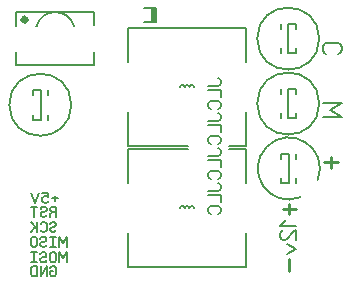
<source format=gbr>
%FSLAX34Y34*%
%MOMM*%
%LNSILK_BOTTOM*%
G71*
G01*
%ADD10C, 0.150*%
%ADD11C, 0.222*%
%ADD12C, 0.200*%
%ADD13C, 0.244*%
%ADD14C, 0.500*%
%ADD15C, 0.167*%
%ADD16C, 0.191*%
%ADD17C, 0.151*%
%LPD*%
G54D10*
G75*
G01X160594Y-176288D02*
G03X156594Y-176288I-2000J0D01*
G01*
G54D10*
G75*
G01X164594Y-176288D02*
G03X160594Y-176288I-2000J0D01*
G01*
G54D10*
G75*
G01X168594Y-176288D02*
G03X164594Y-176288I-2000J0D01*
G01*
G54D10*
X112500Y-154750D02*
X112500Y-126250D01*
X163250Y-126250D01*
G54D10*
G75*
G01X274450Y-32500D02*
G03X274450Y-32500I-26250J0D01*
G01*
G54D10*
X242000Y-20000D02*
X242000Y-24000D01*
G54D10*
X254500Y-40500D02*
X254500Y-45000D01*
X248000Y-45000D01*
X248000Y-20000D01*
X254500Y-20000D01*
X254500Y-24000D01*
G54D10*
X242000Y-45000D02*
X242000Y-40500D01*
G54D10*
G75*
G01X274450Y-87500D02*
G03X274450Y-87500I-26250J0D01*
G01*
G54D10*
X242000Y-75000D02*
X242000Y-79000D01*
G54D10*
X254500Y-95500D02*
X254500Y-100000D01*
X248000Y-100000D01*
X248000Y-75000D01*
X254500Y-75000D01*
X254500Y-79000D01*
G54D10*
X242000Y-100000D02*
X242000Y-95500D01*
G54D10*
G75*
G01X273180Y-151979D02*
G03X258938Y-166625I-24457J9535D01*
G01*
G54D10*
X254923Y-154944D02*
X254923Y-150944D01*
G54D10*
X242423Y-134444D02*
X242423Y-129944D01*
X248923Y-129944D01*
X248923Y-154944D01*
X242423Y-154944D01*
X242423Y-150944D01*
G54D10*
X254923Y-129944D02*
X254923Y-134444D01*
G54D10*
G75*
G01X64550Y-88500D02*
G03X64550Y-88500I-26250J0D01*
G01*
G54D10*
X44500Y-101000D02*
X44500Y-97000D01*
G54D10*
X32000Y-80500D02*
X32000Y-76000D01*
X38500Y-76000D01*
X38500Y-101000D01*
X32000Y-101000D01*
X32000Y-97000D01*
G54D10*
X44500Y-76000D02*
X44500Y-80500D01*
G54D11*
X254500Y-176722D02*
X243833Y-176722D01*
G54D11*
X249167Y-172278D02*
X249167Y-181167D01*
G54D11*
X249167Y-229556D02*
X249167Y-218889D01*
G54D12*
X277814Y-87166D02*
X293814Y-87166D01*
X283814Y-93166D01*
X293814Y-99166D01*
X277814Y-99166D01*
G54D12*
X290444Y-45819D02*
X292444Y-44619D01*
X293444Y-42219D01*
X293444Y-39819D01*
X292444Y-37419D01*
X290444Y-36219D01*
X280444Y-36219D01*
X278444Y-37419D01*
X277444Y-39819D01*
X277444Y-42219D01*
X278444Y-44619D01*
X280444Y-45819D01*
G54D13*
X290533Y-137222D02*
X278800Y-137222D01*
G54D13*
X284666Y-132334D02*
X284666Y-142111D01*
G54D10*
X112500Y-197500D02*
X112500Y-226250D01*
X212500Y-226250D01*
X212500Y-197500D01*
G54D10*
G75*
G01X160594Y-73788D02*
G03X156594Y-73788I-2000J0D01*
G01*
G54D10*
G75*
G01X164594Y-73788D02*
G03X160594Y-73788I-2000J0D01*
G01*
G54D10*
G75*
G01X168594Y-73788D02*
G03X164594Y-73788I-2000J0D01*
G01*
G54D10*
X112500Y-52250D02*
X112500Y-23750D01*
X212500Y-23750D01*
X212500Y-52500D01*
G54D10*
X112500Y-95000D02*
X112500Y-123750D01*
X163250Y-123750D01*
G54D14*
G75*
G01X26183Y-16593D02*
G03X26183Y-16593I-1250J0D01*
G01*
G54D10*
G75*
G01X66938Y-22230D02*
G03X35062Y-22230I-15938J-4270D01*
G01*
G54D10*
X18000Y-44000D02*
X18000Y-55000D01*
X84000Y-55000D01*
X84000Y-44000D01*
G54D10*
X18000Y-21500D02*
X18000Y-10000D01*
X84000Y-10000D01*
X84000Y-21000D01*
G54D15*
X246628Y-186281D02*
X241628Y-191281D01*
X254961Y-191281D01*
G54D15*
X254961Y-202948D02*
X254961Y-194948D01*
X254128Y-194948D01*
X252461Y-195948D01*
X247461Y-201948D01*
X245794Y-202948D01*
X244128Y-202948D01*
X242461Y-201948D01*
X241628Y-199948D01*
X241628Y-197948D01*
X242461Y-195948D01*
X244128Y-194948D01*
G54D15*
X247461Y-206615D02*
X254961Y-210615D01*
X247461Y-214615D01*
G54D16*
X180438Y-72429D02*
X189105Y-72429D01*
X190438Y-71629D01*
X191104Y-70029D01*
X191104Y-68429D01*
X190438Y-66829D01*
X189105Y-66029D01*
G54D16*
X180438Y-76162D02*
X191104Y-76162D01*
X191104Y-81762D01*
G54D16*
X189104Y-91895D02*
X190438Y-91095D01*
X191104Y-89495D01*
X191104Y-87895D01*
X190438Y-86295D01*
X189104Y-85495D01*
X182438Y-85495D01*
X181104Y-86295D01*
X180438Y-87895D01*
X180438Y-89495D01*
X181104Y-91095D01*
X182438Y-91895D01*
G54D16*
X180438Y-102028D02*
X189104Y-102028D01*
X190438Y-101228D01*
X191104Y-99628D01*
X191104Y-98028D01*
X190438Y-96428D01*
X189105Y-95628D01*
G54D16*
X180438Y-105761D02*
X191104Y-105761D01*
X191104Y-111361D01*
G54D16*
X189104Y-121494D02*
X190438Y-120694D01*
X191104Y-119094D01*
X191104Y-117494D01*
X190438Y-115894D01*
X189104Y-115094D01*
X182438Y-115094D01*
X181104Y-115894D01*
X180438Y-117494D01*
X180438Y-119094D01*
X181104Y-120694D01*
X182438Y-121494D01*
G54D16*
X180438Y-131627D02*
X189105Y-131627D01*
X190438Y-130827D01*
X191104Y-129227D01*
X191104Y-127627D01*
X190438Y-126027D01*
X189105Y-125227D01*
G54D16*
X180438Y-135360D02*
X191104Y-135360D01*
X191104Y-140960D01*
G54D16*
X189104Y-151093D02*
X190438Y-150293D01*
X191104Y-148693D01*
X191104Y-147093D01*
X190438Y-145493D01*
X189104Y-144693D01*
X182438Y-144693D01*
X181104Y-145493D01*
X180438Y-147093D01*
X180438Y-148693D01*
X181104Y-150293D01*
X182438Y-151093D01*
G54D16*
X180438Y-161226D02*
X189104Y-161226D01*
X190438Y-160426D01*
X191104Y-158826D01*
X191104Y-157226D01*
X190438Y-155626D01*
X189104Y-154826D01*
G54D16*
X180438Y-164959D02*
X191104Y-164959D01*
X191105Y-170559D01*
G54D16*
X189105Y-180692D02*
X190438Y-179892D01*
X191104Y-178292D01*
X191105Y-176692D01*
X190438Y-175092D01*
X189104Y-174292D01*
X182438Y-174292D01*
X181104Y-175092D01*
X180438Y-176692D01*
X180438Y-178292D01*
X181104Y-179892D01*
X182438Y-180692D01*
G36*
X135980Y-6200D02*
X132480Y-6200D01*
X132480Y-18200D01*
X135980Y-18200D01*
X135980Y-6200D01*
G37*
G54D10*
X135980Y-6200D02*
X132480Y-6200D01*
X132480Y-18200D01*
X135980Y-18200D01*
X135980Y-6200D01*
G54D10*
X135980Y-6200D02*
X126230Y-6200D01*
G54D10*
X135980Y-18200D02*
X126230Y-18200D01*
G54D10*
X212500Y-155000D02*
X212500Y-126250D01*
X198000Y-126250D01*
G54D10*
X212500Y-95000D02*
X212500Y-123750D01*
X198000Y-123750D01*
G54D17*
X53080Y-167584D02*
X48013Y-167584D01*
G54D17*
X50546Y-165472D02*
X50546Y-169695D01*
G54D17*
X39990Y-162834D02*
X45056Y-162834D01*
X45056Y-166528D01*
X44423Y-166528D01*
X43156Y-166000D01*
X41890Y-166000D01*
X40623Y-166528D01*
X39990Y-167584D01*
X39990Y-169695D01*
X40623Y-170750D01*
X41890Y-171278D01*
X43156Y-171278D01*
X44423Y-170750D01*
X45056Y-169695D01*
G54D17*
X37034Y-162834D02*
X33867Y-171278D01*
X30700Y-162834D01*
G54D17*
X49084Y-179056D02*
X47184Y-180111D01*
X46551Y-181167D01*
X46551Y-183278D01*
G54D17*
X51618Y-183278D02*
X51618Y-174834D01*
X48451Y-174834D01*
X47184Y-175361D01*
X46551Y-176417D01*
X46551Y-177472D01*
X47184Y-178528D01*
X48451Y-179056D01*
X51618Y-179056D01*
G54D17*
X43594Y-181695D02*
X42961Y-182750D01*
X41694Y-183278D01*
X40428Y-183278D01*
X39161Y-182750D01*
X38528Y-181695D01*
X38528Y-180639D01*
X39161Y-179584D01*
X40428Y-179056D01*
X41694Y-179056D01*
X42961Y-178528D01*
X43594Y-177472D01*
X43594Y-176417D01*
X42961Y-175361D01*
X41694Y-174834D01*
X40428Y-174834D01*
X39161Y-175361D01*
X38528Y-176417D01*
G54D17*
X33038Y-183278D02*
X33038Y-174834D01*
G54D17*
X35572Y-174834D02*
X30505Y-174834D01*
G54D17*
X51616Y-194695D02*
X50983Y-195750D01*
X49716Y-196278D01*
X48449Y-196278D01*
X47183Y-195750D01*
X46549Y-194695D01*
X46549Y-193639D01*
X47183Y-192584D01*
X48449Y-192056D01*
X49716Y-192056D01*
X50983Y-191528D01*
X51616Y-190472D01*
X51616Y-189417D01*
X50983Y-188361D01*
X49716Y-187834D01*
X48449Y-187834D01*
X47183Y-188361D01*
X46549Y-189417D01*
G54D17*
X38526Y-194695D02*
X39160Y-195750D01*
X40426Y-196278D01*
X41693Y-196278D01*
X42960Y-195750D01*
X43593Y-194695D01*
X43593Y-189417D01*
X42960Y-188361D01*
X41693Y-187834D01*
X40426Y-187834D01*
X39160Y-188361D01*
X38526Y-189417D01*
G54D17*
X35570Y-196278D02*
X35570Y-187834D01*
G54D17*
X35570Y-193639D02*
X30503Y-187834D01*
G54D17*
X33670Y-192056D02*
X30503Y-196278D01*
G54D17*
X60874Y-221778D02*
X60874Y-213334D01*
X57707Y-218611D01*
X54540Y-213334D01*
X54540Y-221778D01*
G54D17*
X46518Y-214917D02*
X46518Y-220195D01*
X47151Y-221250D01*
X48418Y-221778D01*
X49684Y-221778D01*
X50951Y-221250D01*
X51584Y-220195D01*
X51584Y-214917D01*
X50951Y-213861D01*
X49684Y-213334D01*
X48418Y-213334D01*
X47151Y-213861D01*
X46518Y-214917D01*
G54D17*
X43562Y-220195D02*
X42928Y-221250D01*
X41662Y-221778D01*
X40395Y-221778D01*
X39128Y-221250D01*
X38495Y-220195D01*
X38495Y-219139D01*
X39128Y-218084D01*
X40395Y-217556D01*
X41662Y-217556D01*
X42928Y-217028D01*
X43562Y-215972D01*
X43562Y-214917D01*
X42928Y-213861D01*
X41662Y-213334D01*
X40395Y-213334D01*
X39128Y-213861D01*
X38495Y-214917D01*
G54D17*
X35538Y-221778D02*
X30472Y-221778D01*
G54D17*
X33005Y-221778D02*
X33005Y-213334D01*
G54D17*
X35538Y-213334D02*
X30472Y-213334D01*
G54D17*
X60870Y-208778D02*
X60870Y-200334D01*
X57704Y-205611D01*
X54537Y-200334D01*
X54537Y-208778D01*
G54D17*
X51582Y-208778D02*
X46515Y-208778D01*
G54D17*
X49048Y-208778D02*
X49048Y-200334D01*
G54D17*
X51582Y-200334D02*
X46515Y-200334D01*
G54D17*
X43558Y-207195D02*
X42925Y-208250D01*
X41658Y-208778D01*
X40392Y-208778D01*
X39125Y-208250D01*
X38492Y-207195D01*
X38492Y-206139D01*
X39125Y-205084D01*
X40392Y-204556D01*
X41658Y-204556D01*
X42925Y-204028D01*
X43558Y-202972D01*
X43558Y-201917D01*
X42925Y-200861D01*
X41658Y-200334D01*
X40392Y-200334D01*
X39125Y-200861D01*
X38492Y-201917D01*
G54D17*
X30469Y-201917D02*
X30469Y-207195D01*
X31102Y-208250D01*
X32369Y-208778D01*
X33636Y-208778D01*
X34902Y-208250D01*
X35536Y-207195D01*
X35536Y-201917D01*
X34902Y-200861D01*
X33636Y-200334D01*
X32369Y-200334D01*
X31102Y-200861D01*
X30469Y-201917D01*
G54D17*
X49081Y-229556D02*
X46548Y-229556D01*
X46548Y-232195D01*
X47181Y-233250D01*
X48448Y-233778D01*
X49714Y-233778D01*
X50981Y-233250D01*
X51614Y-232195D01*
X51614Y-226917D01*
X50981Y-225861D01*
X49714Y-225334D01*
X48448Y-225334D01*
X47181Y-225861D01*
X46548Y-226917D01*
G54D17*
X43592Y-233778D02*
X43592Y-225334D01*
X38525Y-233778D01*
X38525Y-225334D01*
G54D17*
X35568Y-233778D02*
X35568Y-225334D01*
X32402Y-225334D01*
X31135Y-225861D01*
X30502Y-226917D01*
X30502Y-232195D01*
X31135Y-233250D01*
X32402Y-233778D01*
X35568Y-233778D01*
M02*

</source>
